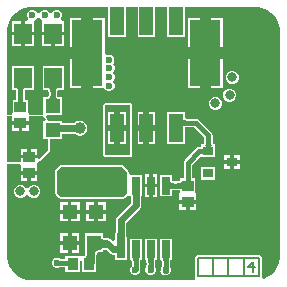
<source format=gbl>
G04*
G04 #@! TF.GenerationSoftware,Altium Limited,Altium Designer,25.8.1 (18)*
G04*
G04 Layer_Physical_Order=4*
G04 Layer_Color=65280*
%FSLAX44Y44*%
%MOMM*%
G71*
G04*
G04 #@! TF.SameCoordinates,25FCF4F7-ABCC-4757-B9A5-3A53D095655E*
G04*
G04*
G04 #@! TF.FilePolarity,Positive*
G04*
G01*
G75*
%ADD15R,0.9000X1.0000*%
%ADD16R,1.0000X0.9000*%
%ADD21R,1.2000X1.3000*%
%ADD22C,0.4000*%
%ADD23C,0.1500*%
%ADD24C,0.6000*%
%ADD25C,0.8000*%
%ADD26C,1.0000*%
%ADD27R,0.6500X1.5000*%
%ADD28R,1.5000X1.7500*%
%ADD29R,0.9000X0.8000*%
%ADD30R,1.2000X2.4000*%
%ADD31R,2.6000X5.6000*%
%ADD32R,1.3000X1.2000*%
%ADD33C,0.6000*%
G36*
X220745Y234856D02*
X224578Y233268D01*
X228029Y230963D01*
X230963Y228029D01*
X233268Y224578D01*
X234856Y220745D01*
X235666Y216675D01*
Y214600D01*
Y25400D01*
Y23325D01*
X234856Y19255D01*
X233268Y15422D01*
X230963Y11971D01*
X228029Y9037D01*
X224578Y6732D01*
X221796Y5579D01*
X221185Y5959D01*
X220212Y7088D01*
X220294Y7500D01*
Y23500D01*
X220119Y24378D01*
X219622Y25122D01*
X218878Y25619D01*
X218000Y25794D01*
X166000D01*
X165122Y25619D01*
X164378Y25122D01*
X163881Y24378D01*
X163706Y23500D01*
Y7500D01*
X163881Y6622D01*
X164054Y6363D01*
X163448Y4714D01*
X163168Y4363D01*
X23264Y4442D01*
X21528Y4601D01*
X17770Y5668D01*
X14272Y7407D01*
X11154Y9759D01*
X8521Y12645D01*
X6464Y15965D01*
X5052Y19607D01*
X4334Y23447D01*
Y25400D01*
Y102376D01*
X14363D01*
X16000Y101500D01*
X16000Y100376D01*
Y96500D01*
X23000D01*
X30000D01*
Y101207D01*
X30000Y101500D01*
X29500Y103293D01*
X29500Y103898D01*
X31226Y105348D01*
X31549D01*
X31848Y105224D01*
X32146Y105348D01*
X32469D01*
X32697Y105576D01*
X32996Y105700D01*
X40148Y112852D01*
X40624Y114000D01*
Y124048D01*
X51365D01*
Y128412D01*
X61396D01*
X62009Y127799D01*
X63491Y126943D01*
X65144Y126500D01*
X66856D01*
X68509Y126943D01*
X69991Y127799D01*
X71201Y129009D01*
X72057Y130491D01*
X72500Y132144D01*
Y133856D01*
X72057Y135509D01*
X71201Y136991D01*
X69991Y138201D01*
X68509Y139057D01*
X66856Y139500D01*
X65144D01*
X63491Y139057D01*
X62009Y138201D01*
X61396Y137588D01*
X51365D01*
Y139048D01*
X39668D01*
X38728Y140896D01*
X38604Y141194D01*
Y141517D01*
X38376Y141746D01*
X38252Y142044D01*
X37748Y142548D01*
X38576Y144548D01*
X51365D01*
Y159548D01*
X47691D01*
X47536Y159632D01*
X47383Y159648D01*
X47319Y159753D01*
X47227Y159978D01*
X47134Y160323D01*
X47057Y160783D01*
X47007Y161350D01*
X46989Y162060D01*
X46934Y162183D01*
Y162664D01*
X46989Y162786D01*
X47007Y163496D01*
X47057Y164063D01*
X47134Y164523D01*
X47227Y164868D01*
X47319Y165093D01*
X47383Y165198D01*
X47536Y165214D01*
X47691Y165298D01*
X52615D01*
Y185798D01*
X34615D01*
Y165298D01*
X39041D01*
X39195Y165214D01*
X39348Y165198D01*
X39412Y165093D01*
X39504Y164868D01*
X39597Y164523D01*
X39674Y164063D01*
X39724Y163496D01*
X39743Y162786D01*
X39797Y162664D01*
Y162183D01*
X39743Y162060D01*
X39724Y161350D01*
X39674Y160783D01*
X39597Y160323D01*
X39504Y159978D01*
X39412Y159753D01*
X39348Y159648D01*
X39195Y159632D01*
X39041Y159548D01*
X35366D01*
Y146472D01*
X35000Y144624D01*
X33491Y144624D01*
X24087D01*
X22722Y145158D01*
X22366Y146471D01*
Y157297D01*
X20191D01*
X20036Y157381D01*
X19884Y157397D01*
X19820Y157502D01*
X19727Y157727D01*
X19635Y158072D01*
X19558Y158532D01*
X19508Y159099D01*
X19489Y159810D01*
X19435Y159932D01*
Y162664D01*
X19489Y162786D01*
X19508Y163496D01*
X19558Y164063D01*
X19635Y164523D01*
X19728Y164868D01*
X19820Y165093D01*
X19884Y165198D01*
X20036Y165214D01*
X20191Y165298D01*
X27115D01*
Y185798D01*
X9115D01*
Y165298D01*
X11541D01*
X11696Y165214D01*
X11849Y165198D01*
X11913Y165093D01*
X12005Y164868D01*
X12098Y164523D01*
X12175Y164063D01*
X12225Y163496D01*
X12243Y162786D01*
X12298Y162664D01*
Y159932D01*
X12243Y159809D01*
X12225Y159099D01*
X12175Y158532D01*
X12098Y158072D01*
X12005Y157727D01*
X11913Y157502D01*
X11849Y157397D01*
X11696Y157381D01*
X11541Y157297D01*
X9366D01*
Y146471D01*
X9011Y145158D01*
X7645Y144624D01*
X4334D01*
Y214600D01*
Y216675D01*
X5144Y220745D01*
X6732Y224578D01*
X9037Y228029D01*
X11971Y230963D01*
X15422Y233268D01*
X19255Y234856D01*
X23325Y235666D01*
X25403Y235666D01*
X90030D01*
Y209980D01*
X105030D01*
Y235666D01*
X115030D01*
Y209980D01*
X130030D01*
Y235666D01*
X140030D01*
Y209980D01*
X155030D01*
Y235666D01*
X214600D01*
X216675D01*
X220745Y234856D01*
D02*
G37*
G36*
X46986Y166789D02*
X46645Y166669D01*
X46346Y166469D01*
X46086Y166189D01*
X45866Y165829D01*
X45686Y165389D01*
X45546Y164869D01*
X45445Y164269D01*
X45385Y163589D01*
X45366Y162829D01*
X41365D01*
X41346Y163589D01*
X41286Y164269D01*
X41185Y164869D01*
X41045Y165389D01*
X40866Y165829D01*
X40645Y166189D01*
X40385Y166469D01*
X40086Y166669D01*
X39746Y166789D01*
X39365Y166829D01*
X47365D01*
X46986Y166789D01*
D02*
G37*
G36*
X19486D02*
X19146Y166669D01*
X18846Y166469D01*
X18586Y166189D01*
X18366Y165829D01*
X18186Y165389D01*
X18046Y164869D01*
X17946Y164269D01*
X17886Y163589D01*
X17866Y162829D01*
X13866D01*
X13846Y163589D01*
X13786Y164269D01*
X13686Y164869D01*
X13546Y165389D01*
X13366Y165829D01*
X13146Y166189D01*
X12886Y166469D01*
X12586Y166669D01*
X12246Y166789D01*
X11866Y166829D01*
X19866D01*
X19486Y166789D01*
D02*
G37*
G36*
X45385Y161258D02*
X45445Y160578D01*
X45546Y159978D01*
X45686Y159458D01*
X45866Y159018D01*
X46086Y158658D01*
X46346Y158378D01*
X46645Y158178D01*
X46986Y158058D01*
X47365Y158018D01*
X39365D01*
X39746Y158058D01*
X40086Y158178D01*
X40385Y158378D01*
X40645Y158658D01*
X40866Y159018D01*
X41045Y159458D01*
X41185Y159978D01*
X41286Y160578D01*
X41346Y161258D01*
X41365Y162018D01*
X45366D01*
X45385Y161258D01*
D02*
G37*
G36*
X17886Y159007D02*
X17946Y158327D01*
X18046Y157727D01*
X18186Y157207D01*
X18366Y156767D01*
X18586Y156407D01*
X18846Y156127D01*
X19146Y155927D01*
X19486Y155807D01*
X19866Y155767D01*
X11866D01*
X12246Y155807D01*
X12586Y155927D01*
X12886Y156127D01*
X13146Y156407D01*
X13366Y156767D01*
X13546Y157207D01*
X13686Y157727D01*
X13786Y158327D01*
X13846Y159007D01*
X13866Y159767D01*
X17866D01*
X17886Y159007D01*
D02*
G37*
G36*
X37104Y140896D02*
X36339Y139048D01*
X35366D01*
Y124048D01*
X39000D01*
Y114000D01*
X31848Y106848D01*
X30273Y107500D01*
X23000D01*
X16000D01*
Y104000D01*
X4334D01*
Y143000D01*
X8866D01*
Y138797D01*
X15866D01*
X22866D01*
Y143000D01*
X35000D01*
X37104Y140896D01*
D02*
G37*
%LPC*%
G36*
X47395Y233000D02*
X45605D01*
X43951Y232315D01*
X42685Y231049D01*
X42457Y230499D01*
X40293D01*
X40065Y231049D01*
X38799Y232315D01*
X37145Y233000D01*
X35355D01*
X33701Y232315D01*
X32435Y231049D01*
X32207Y230499D01*
X30043D01*
X29815Y231049D01*
X28549Y232315D01*
X26895Y233000D01*
X25105D01*
X23451Y232315D01*
X22185Y231049D01*
X21500Y229395D01*
Y227605D01*
X22185Y225951D01*
X22338Y225798D01*
X21509Y223798D01*
X19615D01*
Y214548D01*
X27615D01*
Y222152D01*
X27615Y223072D01*
X28549Y224685D01*
X29043Y225179D01*
X29815Y225951D01*
X30043Y226501D01*
X32207D01*
X32435Y225951D01*
X33035Y225351D01*
X33799Y224253D01*
X34116Y222857D01*
X34116Y214548D01*
X43615D01*
X53116D01*
Y223798D01*
X50990D01*
X50162Y225798D01*
X50315Y225951D01*
X51000Y227605D01*
Y229395D01*
X50315Y231049D01*
X49049Y232315D01*
X47395Y233000D01*
D02*
G37*
G36*
X16616Y223798D02*
X8615D01*
Y214548D01*
X16616D01*
Y223798D01*
D02*
G37*
G36*
X53116Y211548D02*
X45115D01*
Y202298D01*
X53116D01*
Y211548D01*
D02*
G37*
G36*
X42116D02*
X34116D01*
Y202298D01*
X42116D01*
Y211548D01*
D02*
G37*
G36*
X27615Y211548D02*
X19615D01*
Y202298D01*
X27615D01*
Y211548D01*
D02*
G37*
G36*
X16616D02*
X8615D01*
Y202298D01*
X16616D01*
Y211548D01*
D02*
G37*
G36*
X187030Y225980D02*
X177530D01*
Y201480D01*
X187030D01*
Y225980D01*
D02*
G37*
G36*
X167530D02*
X158030D01*
Y201480D01*
X167530D01*
Y225980D01*
D02*
G37*
G36*
X67530D02*
X58030D01*
Y201480D01*
X67530D01*
Y225980D01*
D02*
G37*
G36*
X196094Y181500D02*
X193906D01*
X191884Y180663D01*
X190337Y179116D01*
X189500Y177094D01*
Y174906D01*
X190337Y172885D01*
X191884Y171337D01*
X193906Y170500D01*
X196094D01*
X198116Y171337D01*
X199663Y172885D01*
X200500Y174906D01*
Y177094D01*
X199663Y179116D01*
X198116Y180663D01*
X196094Y181500D01*
D02*
G37*
G36*
X187030Y191480D02*
X177530D01*
Y166980D01*
X187030D01*
Y191480D01*
D02*
G37*
G36*
X167530D02*
X158030D01*
Y166980D01*
X167530D01*
Y191480D01*
D02*
G37*
G36*
X67530D02*
X58030D01*
Y166980D01*
X67530D01*
Y191480D01*
D02*
G37*
G36*
X87030Y225980D02*
X77530D01*
Y196480D01*
Y166980D01*
X86966D01*
X87185Y166451D01*
X88451Y165185D01*
X90105Y164500D01*
X91895D01*
X93549Y165185D01*
X94815Y166451D01*
X95500Y168105D01*
Y169895D01*
X94815Y171549D01*
X93864Y172500D01*
X94815Y173451D01*
X95500Y175105D01*
Y176895D01*
X94815Y178549D01*
X94670Y178693D01*
X93688Y180000D01*
X94670Y181306D01*
X94815Y181451D01*
X95500Y183104D01*
Y184895D01*
X94815Y186549D01*
X93904Y187460D01*
X94734Y188290D01*
X95420Y189944D01*
Y191734D01*
X94734Y193388D01*
X93469Y194654D01*
X91815Y195339D01*
X90024D01*
X89030Y194927D01*
X87328Y195778D01*
X87030Y196099D01*
Y225980D01*
D02*
G37*
G36*
X194094Y166500D02*
X191906D01*
X189884Y165663D01*
X188337Y164116D01*
X187500Y162094D01*
Y159906D01*
X188337Y157885D01*
X189884Y156337D01*
X191906Y155500D01*
X194094D01*
X196115Y156337D01*
X197663Y157885D01*
X198500Y159906D01*
Y162094D01*
X197663Y164116D01*
X196115Y165663D01*
X194094Y166500D01*
D02*
G37*
G36*
X182094Y159500D02*
X179906D01*
X177885Y158663D01*
X176337Y157115D01*
X175500Y155094D01*
Y152906D01*
X176337Y150885D01*
X177885Y149337D01*
X179906Y148500D01*
X182094D01*
X184116Y149337D01*
X185663Y150885D01*
X186500Y152906D01*
Y155094D01*
X185663Y157115D01*
X184116Y158663D01*
X182094Y159500D01*
D02*
G37*
G36*
X130030Y146980D02*
X125030D01*
Y135980D01*
X130030D01*
Y146980D01*
D02*
G37*
G36*
X120030D02*
X115030D01*
Y135980D01*
X120030D01*
Y146980D01*
D02*
G37*
G36*
X130030Y130980D02*
X125030D01*
Y119980D01*
X130030D01*
Y130980D01*
D02*
G37*
G36*
X120030D02*
X115030D01*
Y119980D01*
X120030D01*
Y130980D01*
D02*
G37*
G36*
X109000Y154124D02*
X87500D01*
X86352Y153648D01*
X85876Y152500D01*
Y110000D01*
X86352Y108852D01*
X87500Y108376D01*
X109000D01*
X110148Y108852D01*
X110624Y110000D01*
Y152500D01*
X110148Y153648D01*
X109000Y154124D01*
D02*
G37*
G36*
X201500Y110500D02*
X196500D01*
Y106000D01*
X201500D01*
Y110500D01*
D02*
G37*
G36*
X193500D02*
X188500D01*
Y106000D01*
X193500D01*
Y110500D01*
D02*
G37*
G36*
X201500Y103000D02*
X196500D01*
Y98500D01*
X201500D01*
Y103000D01*
D02*
G37*
G36*
X193500D02*
X188500D01*
Y98500D01*
X193500D01*
Y103000D01*
D02*
G37*
G36*
X181000Y100500D02*
X169000D01*
Y89500D01*
X181000D01*
Y100500D01*
D02*
G37*
G36*
X30000Y93500D02*
X24500D01*
Y88500D01*
X30000D01*
Y93500D01*
D02*
G37*
G36*
X21500D02*
X16000D01*
Y88500D01*
X21500D01*
Y93500D01*
D02*
G37*
G36*
X155030Y146980D02*
X140030D01*
Y119980D01*
X155030D01*
Y133155D01*
X155114Y133310D01*
X155130Y133463D01*
X155235Y133527D01*
X155460Y133619D01*
X155805Y133712D01*
X156265Y133788D01*
X156832Y133838D01*
X157542Y133857D01*
X157664Y133911D01*
X163042D01*
X171431Y125522D01*
Y122135D01*
X171377Y122012D01*
X171358Y121302D01*
X171308Y120735D01*
X171232Y120275D01*
X171139Y119930D01*
X171047Y119705D01*
X170983Y119600D01*
X170830Y119584D01*
X170675Y119500D01*
X169000D01*
Y117168D01*
X168777Y117125D01*
X167919Y117048D01*
X167384Y117038D01*
X167128Y116927D01*
X166049Y116712D01*
X164892Y115938D01*
X154977Y106023D01*
X154203Y104866D01*
X153931Y103500D01*
Y90500D01*
X151000D01*
Y88825D01*
X150916Y88670D01*
X150900Y88517D01*
X150795Y88453D01*
X150570Y88361D01*
X150225Y88268D01*
X149765Y88192D01*
X149198Y88142D01*
X148488Y88123D01*
X148365Y88069D01*
X146434D01*
X146312Y88123D01*
X145602Y88142D01*
X145035Y88192D01*
X144575Y88268D01*
X144230Y88361D01*
X144005Y88453D01*
X143900Y88517D01*
X143884Y88670D01*
X143800Y88825D01*
Y93500D01*
X134300D01*
Y75500D01*
X143800D01*
Y80175D01*
X143884Y80330D01*
X143900Y80483D01*
X144005Y80547D01*
X144230Y80639D01*
X144575Y80732D01*
X145035Y80808D01*
X145602Y80858D01*
X146312Y80877D01*
X146434Y80931D01*
X148365D01*
X148488Y80877D01*
X149198Y80858D01*
X149765Y80808D01*
X150225Y80732D01*
X150570Y80639D01*
X150795Y80547D01*
X150900Y80483D01*
X150916Y80330D01*
X151000Y80175D01*
X151000Y78793D01*
X150500Y77000D01*
X150500Y76707D01*
Y72000D01*
X157500D01*
X164500D01*
Y76707D01*
X164500Y77000D01*
X164000Y78793D01*
X164000Y79000D01*
Y90500D01*
X161069D01*
Y102022D01*
X167160Y108113D01*
X169000Y108500D01*
Y108500D01*
X181000D01*
Y119500D01*
X179325D01*
X179170Y119584D01*
X179017Y119600D01*
X178953Y119705D01*
X178861Y119930D01*
X178768Y120275D01*
X178692Y120735D01*
X178642Y121302D01*
X178623Y122012D01*
X178569Y122135D01*
Y127000D01*
X178297Y128366D01*
X177523Y129523D01*
X167043Y140003D01*
X165886Y140777D01*
X164520Y141049D01*
X157664D01*
X157542Y141103D01*
X156832Y141122D01*
X156265Y141172D01*
X155805Y141248D01*
X155460Y141341D01*
X155235Y141433D01*
X155130Y141497D01*
X155114Y141650D01*
X155030Y141805D01*
Y146980D01*
D02*
G37*
G36*
X131600Y94000D02*
X127850D01*
Y86000D01*
X131600D01*
Y94000D01*
D02*
G37*
G36*
X124850D02*
X121100D01*
Y86000D01*
X124850D01*
Y94000D01*
D02*
G37*
G36*
X28387Y85092D02*
X26199D01*
X24177Y84255D01*
X22630Y82708D01*
X22598Y82631D01*
X20433D01*
X20402Y82708D01*
X18855Y84255D01*
X16833Y85092D01*
X14645D01*
X12624Y84255D01*
X11076Y82708D01*
X10239Y80686D01*
Y78498D01*
X11076Y76477D01*
X12624Y74929D01*
X14645Y74092D01*
X16833D01*
X18855Y74929D01*
X20402Y76477D01*
X20433Y76553D01*
X22598D01*
X22630Y76477D01*
X24177Y74929D01*
X26199Y74092D01*
X28387D01*
X30408Y74929D01*
X31955Y76477D01*
X32793Y78498D01*
Y80686D01*
X31955Y82708D01*
X30408Y84255D01*
X28387Y85092D01*
D02*
G37*
G36*
X131600Y83000D02*
X127850D01*
Y75000D01*
X131600D01*
Y83000D01*
D02*
G37*
G36*
X124850D02*
X121100D01*
Y75000D01*
X124850D01*
Y83000D01*
D02*
G37*
G36*
X164500Y69000D02*
X159000D01*
Y64000D01*
X164500D01*
Y69000D01*
D02*
G37*
G36*
X156000D02*
X150500D01*
Y64000D01*
X156000D01*
Y69000D01*
D02*
G37*
G36*
X66000Y70250D02*
X59000D01*
Y63750D01*
X66000D01*
Y70250D01*
D02*
G37*
G36*
X56000D02*
X49000D01*
Y63750D01*
X56000D01*
Y70250D01*
D02*
G37*
G36*
X88500D02*
X81500D01*
Y63750D01*
X88500D01*
Y70250D01*
D02*
G37*
G36*
X78500D02*
X71500D01*
Y63750D01*
X78500D01*
Y70250D01*
D02*
G37*
G36*
X88500Y60750D02*
X81500D01*
Y54250D01*
X88500D01*
Y60750D01*
D02*
G37*
G36*
X78500D02*
X71500D01*
Y54250D01*
X78500D01*
Y60750D01*
D02*
G37*
G36*
X66000Y60750D02*
X59000D01*
Y54250D01*
X66000D01*
Y60750D01*
D02*
G37*
G36*
X56000D02*
X49000D01*
Y54250D01*
X56000D01*
Y60750D01*
D02*
G37*
G36*
X65750Y44500D02*
X59250D01*
Y37500D01*
X65750D01*
Y44500D01*
D02*
G37*
G36*
X56250D02*
X49750D01*
Y37500D01*
X56250D01*
Y44500D01*
D02*
G37*
G36*
X102000Y101624D02*
X50000D01*
X48852Y101148D01*
X45852Y98148D01*
X45376Y97000D01*
Y78000D01*
X45852Y76852D01*
X48852Y73852D01*
X50000Y73376D01*
X103000D01*
X104148Y73852D01*
X106900Y76604D01*
X108070Y76399D01*
X108900Y75991D01*
Y75500D01*
X109062D01*
Y69550D01*
X97706Y58194D01*
X96711Y56706D01*
X96362Y54950D01*
Y44072D01*
X96327Y43989D01*
X96272Y39524D01*
X96271Y39500D01*
X96200Y39500D01*
X96115Y38098D01*
X94259Y37209D01*
X92980Y38489D01*
X91491Y39483D01*
X89950Y39790D01*
X89774Y39867D01*
X88772Y39891D01*
X87937Y39959D01*
X87238Y40065D01*
X86684Y40201D01*
X86281Y40351D01*
X86031Y40491D01*
X85913Y40591D01*
X85877Y40640D01*
X85864Y40674D01*
X85832Y40946D01*
X85750Y41094D01*
Y44000D01*
X70750D01*
Y29755D01*
X70657Y29530D01*
X70669Y29501D01*
X70658Y29471D01*
X70752Y26904D01*
X70644Y26251D01*
X70483Y25645D01*
X70302Y25198D01*
X70127Y24908D01*
X69980Y24748D01*
X69863Y24669D01*
X69732Y24623D01*
X69360Y24583D01*
X69205Y24499D01*
X68653D01*
X68653Y24499D01*
X68001Y24499D01*
X68000Y24499D01*
X66696Y24499D01*
Y24499D01*
X66001Y24499D01*
X64558Y24499D01*
X54001D01*
Y22377D01*
X51427D01*
X51333Y22426D01*
X51279Y22409D01*
X51227Y22432D01*
X50106Y22455D01*
X49892Y22472D01*
X49549Y22815D01*
X47895Y23500D01*
X46105D01*
X44451Y22815D01*
X43185Y21549D01*
X42500Y19895D01*
Y18105D01*
X43185Y16451D01*
X44451Y15185D01*
X46105Y14500D01*
X47895D01*
X49474Y15154D01*
X50885Y15186D01*
X51009Y15240D01*
X54001D01*
Y11499D01*
X66001D01*
Y20992D01*
X67157Y21017D01*
X68001Y20581D01*
Y11499D01*
X80001D01*
Y19056D01*
X80089Y19499D01*
Y22949D01*
X80094Y22960D01*
X80096Y23426D01*
X80124Y23488D01*
X80153Y24578D01*
X80233Y25485D01*
X80359Y26245D01*
X80522Y26850D01*
X80704Y27295D01*
X80881Y27585D01*
X81031Y27746D01*
X81153Y27827D01*
X81291Y27876D01*
X81671Y27916D01*
X81826Y28000D01*
X85750D01*
Y29394D01*
X85832Y29542D01*
X85864Y29814D01*
X85877Y29849D01*
X85913Y29897D01*
X86031Y29997D01*
X86281Y30137D01*
X86684Y30288D01*
X87238Y30424D01*
X87937Y30530D01*
X87959Y30532D01*
X91235Y27256D01*
X92724Y26261D01*
X94274Y25953D01*
X94448Y25877D01*
X96200Y25843D01*
Y21500D01*
X105700D01*
Y37745D01*
X105793Y37970D01*
X105781Y37999D01*
X105792Y38029D01*
X105573Y44029D01*
X105538Y44104D01*
Y53050D01*
X116894Y64406D01*
X117889Y65894D01*
X118238Y67650D01*
Y75500D01*
X118400D01*
Y93500D01*
X109624D01*
X108900Y93500D01*
X107624Y94971D01*
Y96000D01*
X107148Y97148D01*
X103148Y101148D01*
X102000Y101624D01*
D02*
G37*
G36*
X65750Y34500D02*
X59250D01*
Y27500D01*
X65750D01*
Y34500D01*
D02*
G37*
G36*
X56250D02*
X49750D01*
Y27500D01*
X56250D01*
Y34500D01*
D02*
G37*
G36*
X131100Y39500D02*
X121600D01*
Y23500D01*
X121600Y23442D01*
X121539Y23351D01*
X121546Y23126D01*
X121507Y23031D01*
X121600Y21500D01*
X122367D01*
X122399Y21350D01*
X122542Y19709D01*
X122551Y19008D01*
X122606Y18881D01*
Y17407D01*
X122556Y17308D01*
X122572Y17260D01*
X122552Y17214D01*
X122529Y16092D01*
X122513Y15877D01*
X122185Y15549D01*
X121500Y13895D01*
Y12105D01*
X122185Y10451D01*
X123451Y9185D01*
X125105Y8500D01*
X126895D01*
X128549Y9185D01*
X129815Y10451D01*
X130500Y12105D01*
Y13895D01*
X129833Y15505D01*
X129798Y16907D01*
X129744Y17030D01*
Y18875D01*
X129798Y19001D01*
X129812Y19726D01*
X129849Y20327D01*
X129907Y20827D01*
X129980Y21217D01*
X130057Y21488D01*
X130062Y21500D01*
X131100Y21500D01*
X131193Y23031D01*
X131167Y23093D01*
X131175Y23273D01*
X131100Y23397D01*
X131100Y23500D01*
Y39500D01*
D02*
G37*
G36*
X118400D02*
X108900D01*
Y23500D01*
X108900Y23417D01*
X108830Y23307D01*
X108838Y23106D01*
X108807Y23031D01*
X108900Y21500D01*
X109804Y21500D01*
X109864Y21262D01*
X109927Y20877D01*
X110015Y19716D01*
X110027Y19004D01*
X110081Y18878D01*
Y17640D01*
X110027Y17516D01*
X110007Y16641D01*
X109982Y16346D01*
X109185Y15549D01*
X108500Y13895D01*
Y12105D01*
X109185Y10451D01*
X110451Y9185D01*
X112105Y8500D01*
X113895D01*
X115549Y9185D01*
X116815Y10451D01*
X117500Y12105D01*
Y13895D01*
X117219Y14575D01*
Y15500D01*
X117268Y16066D01*
X117219Y16221D01*
Y18857D01*
X117273Y18975D01*
X117320Y20361D01*
X117370Y20857D01*
X117437Y21262D01*
X117496Y21500D01*
X118400D01*
X118493Y23031D01*
X118462Y23106D01*
X118469Y23307D01*
X118400Y23417D01*
Y39500D01*
D02*
G37*
G36*
X143800D02*
X134300D01*
Y23500D01*
X134300Y23417D01*
X134230Y23307D01*
X134238Y23106D01*
X134207Y23031D01*
X134300Y21500D01*
X135204Y21500D01*
X135264Y21262D01*
X135327Y20877D01*
X135415Y19716D01*
X135427Y19004D01*
X135481Y18878D01*
Y17240D01*
X135427Y17116D01*
X135430Y17107D01*
X135427Y17098D01*
X135417Y16204D01*
X135394Y15758D01*
X135185Y15549D01*
X134500Y13895D01*
Y12345D01*
X134431Y12000D01*
X134703Y10634D01*
X135477Y9477D01*
X136634Y8703D01*
X138000Y8431D01*
X139000D01*
X139345Y8500D01*
X139895D01*
X141549Y9185D01*
X142815Y10451D01*
X143500Y12105D01*
Y13895D01*
X142815Y15549D01*
X142737Y15627D01*
X142672Y17064D01*
X142619Y17178D01*
Y18857D01*
X142673Y18975D01*
X142720Y20361D01*
X142770Y20857D01*
X142837Y21262D01*
X142896Y21500D01*
X143800D01*
X143893Y23031D01*
X143862Y23106D01*
X143869Y23307D01*
X143800Y23417D01*
Y39500D01*
D02*
G37*
%LPD*%
G36*
X109000Y110000D02*
X87500D01*
Y152500D01*
X109000D01*
Y110000D01*
D02*
G37*
%LPC*%
G36*
X105030Y146980D02*
X100030D01*
Y135980D01*
X105030D01*
Y146980D01*
D02*
G37*
G36*
X95030D02*
X90030D01*
Y135980D01*
X95030D01*
Y146980D01*
D02*
G37*
G36*
X105030Y130980D02*
X100030D01*
Y119980D01*
X105030D01*
Y130980D01*
D02*
G37*
G36*
X95030D02*
X90030D01*
Y119980D01*
X95030D01*
Y130980D01*
D02*
G37*
%LPD*%
G36*
X153539Y141100D02*
X153659Y140760D01*
X153860Y140460D01*
X154139Y140200D01*
X154500Y139980D01*
X154939Y139800D01*
X155459Y139660D01*
X156060Y139560D01*
X156740Y139500D01*
X157500Y139480D01*
Y135480D01*
X156740Y135460D01*
X156060Y135400D01*
X155459Y135300D01*
X154939Y135160D01*
X154500Y134980D01*
X154139Y134760D01*
X153860Y134500D01*
X153659Y134200D01*
X153539Y133860D01*
X153499Y133480D01*
Y141480D01*
X153539Y141100D01*
D02*
G37*
G36*
X177020Y121209D02*
X177080Y120529D01*
X177180Y119930D01*
X177320Y119410D01*
X177500Y118969D01*
X177720Y118610D01*
X177980Y118329D01*
X178280Y118130D01*
X178620Y118010D01*
X179000Y117970D01*
X171000D01*
X171380Y118010D01*
X171720Y118130D01*
X172020Y118329D01*
X172280Y118610D01*
X172500Y118969D01*
X172680Y119410D01*
X172820Y119930D01*
X172920Y120529D01*
X172980Y121209D01*
X173000Y121969D01*
X177000D01*
X177020Y121209D01*
D02*
G37*
G36*
X170530Y110300D02*
X170499Y110512D01*
X170406Y110701D01*
X170250Y110868D01*
X170032Y111013D01*
X169752Y111136D01*
X169409Y111236D01*
X169004Y111315D01*
X168537Y111370D01*
X168007Y111404D01*
X167415Y111415D01*
Y115415D01*
X168007Y115426D01*
X169004Y115515D01*
X169409Y115594D01*
X169752Y115694D01*
X170032Y115817D01*
X170250Y115962D01*
X170406Y116129D01*
X170499Y116319D01*
X170530Y116531D01*
Y110300D01*
D02*
G37*
G36*
X152530Y80500D02*
X152491Y80880D01*
X152371Y81220D01*
X152170Y81520D01*
X151890Y81780D01*
X151531Y82000D01*
X151090Y82180D01*
X150570Y82320D01*
X149971Y82420D01*
X149291Y82480D01*
X148531Y82500D01*
Y86500D01*
X149291Y86520D01*
X149971Y86580D01*
X150570Y86680D01*
X151090Y86820D01*
X151531Y87000D01*
X151890Y87220D01*
X152170Y87480D01*
X152371Y87780D01*
X152491Y88120D01*
X152530Y88500D01*
Y80500D01*
D02*
G37*
G36*
X142310Y88120D02*
X142430Y87780D01*
X142629Y87480D01*
X142909Y87220D01*
X143270Y87000D01*
X143709Y86820D01*
X144229Y86680D01*
X144830Y86580D01*
X145510Y86520D01*
X146270Y86500D01*
Y82500D01*
X145510Y82480D01*
X144830Y82420D01*
X144229Y82320D01*
X143709Y82180D01*
X143270Y82000D01*
X142909Y81780D01*
X142629Y81520D01*
X142430Y81220D01*
X142310Y80880D01*
X142269Y80500D01*
Y88500D01*
X142310Y88120D01*
D02*
G37*
G36*
X106000Y96000D02*
Y78000D01*
X103000Y75000D01*
X50000D01*
X47000Y78000D01*
Y97000D01*
X50000Y100000D01*
X102000D01*
X106000Y96000D01*
D02*
G37*
G36*
X104170Y37970D02*
X97731D01*
X97772Y38029D01*
X97809Y38210D01*
X97842Y38510D01*
X97895Y39469D01*
X97950Y43969D01*
X103950D01*
X104170Y37970D01*
D02*
G37*
G36*
X84275Y40282D02*
X84440Y39854D01*
X84716Y39477D01*
X85102Y39150D01*
X85598Y38873D01*
X86205Y38647D01*
X86922Y38471D01*
X87750Y38345D01*
X88687Y38269D01*
X89735Y38244D01*
Y32244D01*
X88687Y32219D01*
X87750Y32144D01*
X86922Y32018D01*
X86205Y31842D01*
X85598Y31615D01*
X85102Y31339D01*
X84716Y31012D01*
X84440Y30634D01*
X84275Y30206D01*
X84220Y29729D01*
Y40760D01*
X84275Y40282D01*
D02*
G37*
G36*
X97731Y27249D02*
X97698Y27297D01*
X97600Y27339D01*
X97438Y27377D01*
X97210Y27410D01*
X96560Y27460D01*
X94480Y27500D01*
Y33500D01*
X95097Y33503D01*
X97600Y33661D01*
X97698Y33703D01*
X97731Y33751D01*
Y27249D01*
D02*
G37*
G36*
X80931Y29471D02*
X80421Y29290D01*
X79971Y28990D01*
X79581Y28570D01*
X79251Y28031D01*
X78981Y27371D01*
X78771Y26590D01*
X78621Y25691D01*
X78531Y24671D01*
X78501Y23530D01*
X78473D01*
X78470Y22969D01*
X69531D01*
X70096Y23029D01*
X70600Y23209D01*
X71046Y23509D01*
X71432Y23929D01*
X71758Y24469D01*
X72026Y25129D01*
X72234Y25909D01*
X72381Y26800D01*
X72281Y29530D01*
X81501D01*
X80931Y29471D01*
D02*
G37*
G36*
X49315Y20931D02*
X49390Y20905D01*
X49499Y20882D01*
X49642Y20863D01*
X50026Y20833D01*
X51193Y20809D01*
X50849Y16809D01*
X49004Y16768D01*
X49272Y20959D01*
X49315Y20931D01*
D02*
G37*
G36*
X129305Y22991D02*
X129067Y22871D01*
X128858Y22671D01*
X128677Y22390D01*
X128524Y22030D01*
X128398Y21590D01*
X128301Y21070D01*
X128231Y20470D01*
X128189Y19791D01*
X128175Y19030D01*
X124175D01*
X124164Y19791D01*
X124008Y21590D01*
X123914Y22030D01*
X123799Y22390D01*
X123663Y22671D01*
X123506Y22871D01*
X123329Y22991D01*
X123131Y23031D01*
X129570D01*
X129305Y22991D01*
D02*
G37*
G36*
X128175Y16866D02*
X128221Y15016D01*
X124029Y15261D01*
X124056Y15303D01*
X124081Y15379D01*
X124103Y15488D01*
X124122Y15630D01*
X124152Y16014D01*
X124175Y17181D01*
X128175Y16866D01*
D02*
G37*
G36*
X116638Y22991D02*
X116431Y22871D01*
X116248Y22671D01*
X116089Y22390D01*
X115955Y22030D01*
X115845Y21590D01*
X115760Y21070D01*
X115699Y20470D01*
X115650Y19030D01*
X111650D01*
X111638Y19791D01*
X111540Y21070D01*
X111455Y21590D01*
X111345Y22030D01*
X111211Y22390D01*
X111052Y22671D01*
X110870Y22871D01*
X110662Y22991D01*
X110430Y23031D01*
X116869D01*
X116638Y22991D01*
D02*
G37*
G36*
X115650Y16206D02*
X115514Y14636D01*
X111414Y15546D01*
X111459Y15592D01*
X111499Y15671D01*
X111534Y15782D01*
X111565Y15926D01*
X111591Y16103D01*
X111629Y16555D01*
X111650Y17479D01*
X115650Y16206D01*
D02*
G37*
G36*
X142038Y22991D02*
X141831Y22871D01*
X141648Y22671D01*
X141489Y22390D01*
X141355Y22030D01*
X141245Y21590D01*
X141160Y21070D01*
X141099Y20470D01*
X141050Y19030D01*
X137050D01*
X137038Y19791D01*
X136940Y21070D01*
X136855Y21590D01*
X136745Y22030D01*
X136611Y22390D01*
X136452Y22671D01*
X136270Y22871D01*
X136062Y22991D01*
X135830Y23031D01*
X142269D01*
X142038Y22991D01*
D02*
G37*
G36*
X141050Y16990D02*
X141135Y15107D01*
X136936Y15177D01*
X136958Y15216D01*
X136977Y15288D01*
X136994Y15394D01*
X137009Y15533D01*
X137040Y16155D01*
X137050Y17080D01*
X141050Y16990D01*
D02*
G37*
%LPC*%
G36*
X22866Y135797D02*
X17366D01*
Y130797D01*
X22866D01*
Y135797D01*
D02*
G37*
G36*
X14366D02*
X8866D01*
Y130797D01*
X14366D01*
Y135797D01*
D02*
G37*
G36*
X30000Y115500D02*
X24500D01*
Y110500D01*
X30000D01*
Y115500D01*
D02*
G37*
G36*
X21500D02*
X16000D01*
Y110500D01*
X21500D01*
Y115500D01*
D02*
G37*
%LPD*%
D15*
X74001Y17999D02*
D03*
X60001D02*
D03*
D16*
X157500Y70500D02*
D03*
Y84500D02*
D03*
X23000Y95000D02*
D03*
Y109000D02*
D03*
X15866Y151297D02*
D03*
Y137297D02*
D03*
D21*
X57750Y36000D02*
D03*
X78250D02*
D03*
D22*
X174415Y113415D02*
X175000Y114000D01*
X167415Y113415D02*
X174415D01*
X157500Y103500D02*
X167415Y113415D01*
X157500Y84500D02*
Y103500D01*
X175000Y114000D02*
Y127000D01*
X59191Y18809D02*
X60001Y17999D01*
X47191Y18809D02*
X59191D01*
X47000Y19000D02*
X47191Y18809D01*
X113000Y13000D02*
X113650Y13650D01*
Y30500D01*
X126175Y13175D02*
Y30325D01*
X126000Y13000D02*
X126175Y13175D01*
Y30325D02*
X126350Y30500D01*
X164520Y137480D02*
X175000Y127000D01*
X15866Y173299D02*
X18116Y175548D01*
X15866Y151297D02*
Y173299D01*
X147530Y133480D02*
Y137480D01*
X164520D01*
X138000Y12000D02*
X139000D01*
X138000D02*
X139050Y13050D01*
Y30500D01*
X139050Y84500D02*
X157500D01*
X139050Y84500D02*
X139050Y84500D01*
X43366Y175298D02*
X43615Y175548D01*
X43366Y152048D02*
Y175298D01*
D23*
X212749Y11500D02*
Y19497D01*
X208750Y15499D01*
X214082D01*
X166000Y7500D02*
X218000D01*
X166000Y23500D02*
X218000D01*
X179000Y7500D02*
Y23500D01*
X218000Y7500D02*
Y23500D01*
X192000Y7500D02*
Y23500D01*
X205000Y7500D02*
Y23500D01*
X166000Y7500D02*
Y23500D01*
D24*
X8000Y162000D02*
D03*
X47000Y19000D02*
D03*
X113000Y13000D02*
D03*
X88000Y10000D02*
D03*
X126000Y13000D02*
D03*
X132000Y183000D02*
D03*
X90920Y190839D02*
D03*
X184000Y104000D02*
D03*
X227000Y79000D02*
D03*
X85000Y232000D02*
D03*
X226000Y16000D02*
D03*
X158000Y10000D02*
D03*
X10000Y62000D02*
D03*
X22000Y10000D02*
D03*
X114000Y207000D02*
D03*
X91000Y169000D02*
D03*
Y176000D02*
D03*
Y184000D02*
D03*
X38000Y103730D02*
D03*
X224000Y164000D02*
D03*
X223000Y225000D02*
D03*
X139000Y13000D02*
D03*
X63000Y232000D02*
D03*
X17000Y227000D02*
D03*
X126000Y98000D02*
D03*
X158000Y57000D02*
D03*
X80000Y49000D02*
D03*
X59000D02*
D03*
X56000Y133000D02*
D03*
X132000Y174000D02*
D03*
Y156000D02*
D03*
X46500Y228500D02*
D03*
X36250D02*
D03*
X26000D02*
D03*
D25*
X195000Y176000D02*
D03*
X92500Y114500D02*
D03*
X193000Y161000D02*
D03*
X11000Y111000D02*
D03*
X181000Y154000D02*
D03*
X80000Y95000D02*
D03*
X58000D02*
D03*
X34000Y117000D02*
D03*
X27293Y79592D02*
D03*
X15739D02*
D03*
X127500Y114500D02*
D03*
X117500D02*
D03*
X102500D02*
D03*
D26*
X21000Y123000D02*
D03*
X66000Y133000D02*
D03*
D27*
X100950Y84500D02*
D03*
X113650D02*
D03*
X126350D02*
D03*
X139050D02*
D03*
Y30500D02*
D03*
X126350D02*
D03*
X113650D02*
D03*
X100950D02*
D03*
D28*
X18116Y213048D02*
D03*
Y175548D02*
D03*
X43615Y213048D02*
D03*
Y175548D02*
D03*
D29*
X175000Y114000D02*
D03*
Y95000D02*
D03*
X195000Y104500D02*
D03*
D30*
X97530Y133480D02*
D03*
X122530D02*
D03*
X147530D02*
D03*
X97530Y223480D02*
D03*
X122530D02*
D03*
X147530D02*
D03*
D31*
X72530Y196480D02*
D03*
X172530D02*
D03*
D32*
X43366Y131548D02*
D03*
Y152048D02*
D03*
X80000Y62250D02*
D03*
Y82750D02*
D03*
X57500Y62250D02*
D03*
Y82750D02*
D03*
D33*
X74001Y17999D02*
X75501Y19499D01*
Y33251D01*
X78250Y36000D01*
X94480Y30500D02*
X100950D01*
X89735Y35244D02*
X94480Y30500D01*
X100950D02*
Y54950D01*
X78506Y35244D02*
X89735D01*
X78250Y35500D02*
X78506Y35244D01*
X113650Y67650D02*
Y84500D01*
X100950Y54950D02*
X113650Y67650D01*
X44817Y133000D02*
X66000D01*
X43366Y131548D02*
X44817Y133000D01*
M02*

</source>
